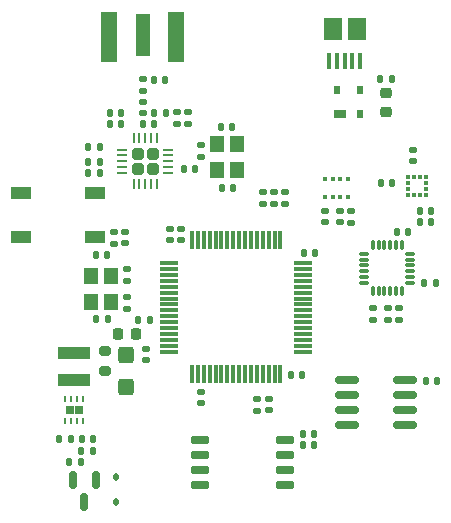
<source format=gtp>
%TF.GenerationSoftware,KiCad,Pcbnew,(7.0.0)*%
%TF.CreationDate,2023-11-22T19:41:51+05:30*%
%TF.ProjectId,Drone_Controller_3.0,44726f6e-655f-4436-9f6e-74726f6c6c65,rev?*%
%TF.SameCoordinates,Original*%
%TF.FileFunction,Paste,Top*%
%TF.FilePolarity,Positive*%
%FSLAX46Y46*%
G04 Gerber Fmt 4.6, Leading zero omitted, Abs format (unit mm)*
G04 Created by KiCad (PCBNEW (7.0.0)) date 2023-11-22 19:41:51*
%MOMM*%
%LPD*%
G01*
G04 APERTURE LIST*
G04 Aperture macros list*
%AMRoundRect*
0 Rectangle with rounded corners*
0 $1 Rounding radius*
0 $2 $3 $4 $5 $6 $7 $8 $9 X,Y pos of 4 corners*
0 Add a 4 corners polygon primitive as box body*
4,1,4,$2,$3,$4,$5,$6,$7,$8,$9,$2,$3,0*
0 Add four circle primitives for the rounded corners*
1,1,$1+$1,$2,$3*
1,1,$1+$1,$4,$5*
1,1,$1+$1,$6,$7*
1,1,$1+$1,$8,$9*
0 Add four rect primitives between the rounded corners*
20,1,$1+$1,$2,$3,$4,$5,0*
20,1,$1+$1,$4,$5,$6,$7,0*
20,1,$1+$1,$6,$7,$8,$9,0*
20,1,$1+$1,$8,$9,$2,$3,0*%
G04 Aperture macros list end*
%ADD10RoundRect,0.140000X-0.140000X-0.170000X0.140000X-0.170000X0.140000X0.170000X-0.140000X0.170000X0*%
%ADD11RoundRect,0.135000X-0.135000X-0.185000X0.135000X-0.185000X0.135000X0.185000X-0.135000X0.185000X0*%
%ADD12R,1.800000X1.100000*%
%ADD13RoundRect,0.135000X0.185000X-0.135000X0.185000X0.135000X-0.185000X0.135000X-0.185000X-0.135000X0*%
%ADD14RoundRect,0.250000X0.255000X-0.255000X0.255000X0.255000X-0.255000X0.255000X-0.255000X-0.255000X0*%
%ADD15RoundRect,0.062500X0.062500X-0.350000X0.062500X0.350000X-0.062500X0.350000X-0.062500X-0.350000X0*%
%ADD16RoundRect,0.062500X0.350000X-0.062500X0.350000X0.062500X-0.350000X0.062500X-0.350000X-0.062500X0*%
%ADD17RoundRect,0.140000X0.140000X0.170000X-0.140000X0.170000X-0.140000X-0.170000X0.140000X-0.170000X0*%
%ADD18RoundRect,0.218750X0.256250X-0.218750X0.256250X0.218750X-0.256250X0.218750X-0.256250X-0.218750X0*%
%ADD19R,1.270000X3.600000*%
%ADD20R,1.350000X4.200000*%
%ADD21RoundRect,0.140000X0.170000X-0.140000X0.170000X0.140000X-0.170000X0.140000X-0.170000X-0.140000X0*%
%ADD22RoundRect,0.150000X-0.150000X0.587500X-0.150000X-0.587500X0.150000X-0.587500X0.150000X0.587500X0*%
%ADD23RoundRect,0.200000X0.275000X-0.200000X0.275000X0.200000X-0.275000X0.200000X-0.275000X-0.200000X0*%
%ADD24RoundRect,0.075000X-0.350000X-0.075000X0.350000X-0.075000X0.350000X0.075000X-0.350000X0.075000X0*%
%ADD25RoundRect,0.075000X0.075000X-0.350000X0.075000X0.350000X-0.075000X0.350000X-0.075000X-0.350000X0*%
%ADD26RoundRect,0.218750X-0.218750X-0.256250X0.218750X-0.256250X0.218750X0.256250X-0.218750X0.256250X0*%
%ADD27R,0.650000X0.750000*%
%ADD28R,0.250000X0.500000*%
%ADD29RoundRect,0.135000X-0.185000X0.135000X-0.185000X-0.135000X0.185000X-0.135000X0.185000X0.135000X0*%
%ADD30RoundRect,0.150000X-0.825000X-0.150000X0.825000X-0.150000X0.825000X0.150000X-0.825000X0.150000X0*%
%ADD31RoundRect,0.140000X-0.170000X0.140000X-0.170000X-0.140000X0.170000X-0.140000X0.170000X0.140000X0*%
%ADD32RoundRect,0.150000X-0.650000X-0.150000X0.650000X-0.150000X0.650000X0.150000X-0.650000X0.150000X0*%
%ADD33RoundRect,0.135000X0.135000X0.185000X-0.135000X0.185000X-0.135000X-0.185000X0.135000X-0.185000X0*%
%ADD34RoundRect,0.147500X0.147500X0.172500X-0.147500X0.172500X-0.147500X-0.172500X0.147500X-0.172500X0*%
%ADD35R,0.300000X0.350000*%
%ADD36R,0.350000X0.300000*%
%ADD37R,0.400000X1.350000*%
%ADD38R,1.500000X1.900000*%
%ADD39R,1.200000X1.400000*%
%ADD40R,2.750000X1.000000*%
%ADD41RoundRect,0.147500X-0.147500X-0.172500X0.147500X-0.172500X0.147500X0.172500X-0.147500X0.172500X0*%
%ADD42RoundRect,0.112500X0.112500X-0.187500X0.112500X0.187500X-0.112500X0.187500X-0.112500X-0.187500X0*%
%ADD43RoundRect,0.147500X0.172500X-0.147500X0.172500X0.147500X-0.172500X0.147500X-0.172500X-0.147500X0*%
%ADD44RoundRect,0.250000X-0.425000X0.450000X-0.425000X-0.450000X0.425000X-0.450000X0.425000X0.450000X0*%
%ADD45R,1.000000X0.700000*%
%ADD46R,0.600000X0.700000*%
%ADD47R,0.350000X0.350000*%
%ADD48RoundRect,0.075000X-0.700000X-0.075000X0.700000X-0.075000X0.700000X0.075000X-0.700000X0.075000X0*%
%ADD49RoundRect,0.075000X-0.075000X-0.700000X0.075000X-0.700000X0.075000X0.700000X-0.075000X0.700000X0*%
G04 APERTURE END LIST*
D10*
%TO.C,C4*%
X140772000Y-58953400D03*
X141732000Y-58953400D03*
%TD*%
D11*
%TO.C,R7*%
X130198400Y-81889600D03*
X131218400Y-81889600D03*
%TD*%
D12*
%TO.C,SW1*%
X126998799Y-61040399D03*
X133198799Y-61040399D03*
X126998799Y-64740399D03*
X133198799Y-64740399D03*
%TD*%
D13*
%TO.C,R4*%
X147421600Y-61976000D03*
X147421600Y-60956000D03*
%TD*%
D14*
%TO.C,U1*%
X136872000Y-58968100D03*
X138122000Y-58968100D03*
X136872000Y-57718100D03*
X138122000Y-57718100D03*
D15*
X136497000Y-60280600D03*
X136997000Y-60280600D03*
X137497000Y-60280600D03*
X137997000Y-60280600D03*
X138497000Y-60280600D03*
D16*
X139434500Y-59343100D03*
X139434500Y-58843100D03*
X139434500Y-58343100D03*
X139434500Y-57843100D03*
X139434500Y-57343100D03*
D15*
X138497000Y-56405600D03*
X137997000Y-56405600D03*
X137497000Y-56405600D03*
X136997000Y-56405600D03*
X136497000Y-56405600D03*
D16*
X135559500Y-57343100D03*
X135559500Y-57843100D03*
X135559500Y-58343100D03*
X135559500Y-58843100D03*
X135559500Y-59343100D03*
%TD*%
D17*
%TO.C,C5*%
X135430200Y-54279800D03*
X134470200Y-54279800D03*
%TD*%
D13*
%TO.C,R16*%
X135940800Y-68478400D03*
X135940800Y-67458400D03*
%TD*%
D18*
%TO.C,D3*%
X157835600Y-54127500D03*
X157835600Y-52552500D03*
%TD*%
D13*
%TO.C,R12*%
X149352000Y-61976000D03*
X149352000Y-60956000D03*
%TD*%
D19*
%TO.C,J1*%
X137261599Y-47628199D03*
D20*
X140086599Y-47828199D03*
X134436599Y-47828199D03*
%TD*%
D21*
%TO.C,C19*%
X160172400Y-58341200D03*
X160172400Y-57381200D03*
%TD*%
D22*
%TO.C,Q1*%
X133284000Y-85297800D03*
X131384000Y-85297800D03*
X132334000Y-87172800D03*
%TD*%
D10*
%TO.C,C13*%
X161114800Y-68630800D03*
X162074800Y-68630800D03*
%TD*%
D23*
%TO.C,FB2*%
X134061200Y-76087800D03*
X134061200Y-74437800D03*
%TD*%
D24*
%TO.C,U2*%
X156038000Y-66161600D03*
X156038000Y-66661600D03*
X156038000Y-67161600D03*
X156038000Y-67661600D03*
X156038000Y-68161600D03*
X156038000Y-68661600D03*
D25*
X156738000Y-69361600D03*
X157238000Y-69361600D03*
X157738000Y-69361600D03*
X158238000Y-69361600D03*
X158738000Y-69361600D03*
X159238000Y-69361600D03*
D24*
X159938000Y-68661600D03*
X159938000Y-68161600D03*
X159938000Y-67661600D03*
X159938000Y-67161600D03*
X159938000Y-66661600D03*
X159938000Y-66161600D03*
D25*
X159238000Y-65461600D03*
X158738000Y-65461600D03*
X158238000Y-65461600D03*
X157738000Y-65461600D03*
X157238000Y-65461600D03*
X156738000Y-65461600D03*
%TD*%
D26*
%TO.C,D2*%
X135153300Y-72999600D03*
X136728300Y-72999600D03*
%TD*%
D21*
%TO.C,C8*%
X140157200Y-55166200D03*
X140157200Y-54206200D03*
%TD*%
D10*
%TO.C,C23*%
X132108000Y-81889600D03*
X133068000Y-81889600D03*
%TD*%
%TO.C,C31*%
X150904000Y-66090800D03*
X151864000Y-66090800D03*
%TD*%
D27*
%TO.C,U4*%
X131082399Y-79385199D03*
X131882399Y-79385199D03*
D28*
X130732399Y-80335199D03*
X131232399Y-80335199D03*
X131732399Y-80335199D03*
X132232399Y-80335199D03*
X132232399Y-78435199D03*
X131732399Y-78435199D03*
X131232399Y-78435199D03*
X130732399Y-78435199D03*
%TD*%
D29*
%TO.C,R14*%
X134823200Y-64310800D03*
X134823200Y-65330800D03*
%TD*%
D30*
%TO.C,U7*%
X154547800Y-76885800D03*
X154547800Y-78155800D03*
X154547800Y-79425800D03*
X154547800Y-80695800D03*
X159497800Y-80695800D03*
X159497800Y-79425800D03*
X159497800Y-78155800D03*
X159497800Y-76885800D03*
%TD*%
D21*
%TO.C,C34*%
X139547600Y-64996000D03*
X139547600Y-64036000D03*
%TD*%
D31*
%TO.C,C29*%
X137515600Y-74224000D03*
X137515600Y-75184000D03*
%TD*%
D32*
%TO.C,U6*%
X142094400Y-81915000D03*
X142094400Y-83185000D03*
X142094400Y-84455000D03*
X142094400Y-85725000D03*
X149294400Y-85725000D03*
X149294400Y-84455000D03*
X149294400Y-83185000D03*
X149294400Y-81915000D03*
%TD*%
D17*
%TO.C,C20*%
X161668400Y-62534800D03*
X160708400Y-62534800D03*
%TD*%
%TO.C,C16*%
X158366400Y-60198000D03*
X157406400Y-60198000D03*
%TD*%
D33*
%TO.C,R1*%
X133656800Y-57099200D03*
X132636800Y-57099200D03*
%TD*%
D13*
%TO.C,R17*%
X135940800Y-70815200D03*
X135940800Y-69795200D03*
%TD*%
D21*
%TO.C,C37*%
X135788400Y-65278000D03*
X135788400Y-64318000D03*
%TD*%
D31*
%TO.C,C12*%
X156768800Y-70792400D03*
X156768800Y-71752400D03*
%TD*%
D10*
%TO.C,C39*%
X133327200Y-66294000D03*
X134287200Y-66294000D03*
%TD*%
%TO.C,C32*%
X149786400Y-76454000D03*
X150746400Y-76454000D03*
%TD*%
D34*
%TO.C,L3*%
X139222400Y-54229000D03*
X138252400Y-54229000D03*
%TD*%
D10*
%TO.C,C27*%
X161216400Y-76911200D03*
X162176400Y-76911200D03*
%TD*%
D21*
%TO.C,C30*%
X140512800Y-64996000D03*
X140512800Y-64036000D03*
%TD*%
D17*
%TO.C,C11*%
X139164000Y-51460400D03*
X138204000Y-51460400D03*
%TD*%
D33*
%TO.C,R15*%
X137873200Y-71780400D03*
X136853200Y-71780400D03*
%TD*%
D10*
%TO.C,C26*%
X150802400Y-82397600D03*
X151762400Y-82397600D03*
%TD*%
D35*
%TO.C,U3*%
X161227199Y-59701999D03*
X160727199Y-59701999D03*
X160227199Y-59701999D03*
X159727199Y-59701999D03*
D36*
X159727199Y-60201999D03*
X159727199Y-60701999D03*
D35*
X159727199Y-61201999D03*
X160227199Y-61201999D03*
X160727199Y-61201999D03*
X161227199Y-61201999D03*
D36*
X161227199Y-60701999D03*
X161227199Y-60201999D03*
%TD*%
D31*
%TO.C,C14*%
X158038800Y-70792400D03*
X158038800Y-71752400D03*
%TD*%
D13*
%TO.C,R5*%
X148386800Y-61976000D03*
X148386800Y-60956000D03*
%TD*%
D37*
%TO.C,J7*%
X155681199Y-49824099D03*
X155031199Y-49824099D03*
X154381199Y-49824099D03*
X153731199Y-49824099D03*
X153081199Y-49824099D03*
D38*
X155381199Y-47124099D03*
X153381199Y-47124099D03*
%TD*%
D33*
%TO.C,R18*%
X158396400Y-51358800D03*
X157376400Y-51358800D03*
%TD*%
D21*
%TO.C,C10*%
X137289600Y-52372200D03*
X137289600Y-51412200D03*
%TD*%
D29*
%TO.C,R2*%
X142189200Y-56944800D03*
X142189200Y-57964800D03*
%TD*%
D39*
%TO.C,Y1*%
X143551599Y-56888199D03*
X143551599Y-59088199D03*
X145251599Y-59088199D03*
X145251599Y-56888199D03*
%TD*%
D40*
%TO.C,L4*%
X131470399Y-76874399D03*
X131470399Y-74574399D03*
%TD*%
D17*
%TO.C,C2*%
X135432800Y-55219600D03*
X134472800Y-55219600D03*
%TD*%
D13*
%TO.C,R13*%
X146964400Y-79453200D03*
X146964400Y-78433200D03*
%TD*%
D10*
%TO.C,C25*%
X150802400Y-81432400D03*
X151762400Y-81432400D03*
%TD*%
D41*
%TO.C,L1*%
X137261800Y-55219600D03*
X138231800Y-55219600D03*
%TD*%
D11*
%TO.C,R9*%
X131062000Y-83820000D03*
X132082000Y-83820000D03*
%TD*%
D42*
%TO.C,D1*%
X135026400Y-87156000D03*
X135026400Y-85056000D03*
%TD*%
D17*
%TO.C,C1*%
X133626800Y-59334400D03*
X132666800Y-59334400D03*
%TD*%
D43*
%TO.C,L2*%
X137289600Y-54256800D03*
X137289600Y-53286800D03*
%TD*%
D17*
%TO.C,C40*%
X134310000Y-71727600D03*
X133350000Y-71727600D03*
%TD*%
D10*
%TO.C,C15*%
X158778000Y-64312800D03*
X159738000Y-64312800D03*
%TD*%
D17*
%TO.C,C7*%
X144932400Y-60579000D03*
X143972400Y-60579000D03*
%TD*%
D29*
%TO.C,R3*%
X159004000Y-70762400D03*
X159004000Y-71782400D03*
%TD*%
D17*
%TO.C,C3*%
X133626800Y-58369200D03*
X132666800Y-58369200D03*
%TD*%
D31*
%TO.C,C18*%
X153974800Y-62562800D03*
X153974800Y-63522800D03*
%TD*%
D44*
%TO.C,C28*%
X135890000Y-74776400D03*
X135890000Y-77476400D03*
%TD*%
D31*
%TO.C,C17*%
X152704800Y-62562800D03*
X152704800Y-63522800D03*
%TD*%
D21*
%TO.C,C9*%
X141097000Y-55166200D03*
X141097000Y-54206200D03*
%TD*%
D13*
%TO.C,R6*%
X154940000Y-63552800D03*
X154940000Y-62532800D03*
%TD*%
D45*
%TO.C,D4*%
X153935999Y-54339999D03*
D46*
X155635999Y-54339999D03*
X155635999Y-52339999D03*
X153735999Y-52339999D03*
%TD*%
D39*
%TO.C,Y2*%
X132906399Y-68036799D03*
X132906399Y-70236799D03*
X134606399Y-70236799D03*
X134606399Y-68036799D03*
%TD*%
D31*
%TO.C,C38*%
X147929600Y-78463200D03*
X147929600Y-79423200D03*
%TD*%
D17*
%TO.C,C21*%
X161668400Y-63500000D03*
X160708400Y-63500000D03*
%TD*%
D31*
%TO.C,C33*%
X142240000Y-77853600D03*
X142240000Y-78813600D03*
%TD*%
D47*
%TO.C,IC1*%
X152694999Y-59879399D03*
X153344999Y-59879399D03*
X153994999Y-59879399D03*
X154644999Y-59879399D03*
X154644999Y-61329399D03*
X153994999Y-61329399D03*
X153344999Y-61329399D03*
X152694999Y-61329399D03*
%TD*%
D10*
%TO.C,C6*%
X143870800Y-55397400D03*
X144830800Y-55397400D03*
%TD*%
D11*
%TO.C,R10*%
X132078000Y-82854800D03*
X133098000Y-82854800D03*
%TD*%
D48*
%TO.C,U5*%
X139511400Y-66963600D03*
X139511400Y-67463600D03*
X139511400Y-67963600D03*
X139511400Y-68463600D03*
X139511400Y-68963600D03*
X139511400Y-69463600D03*
X139511400Y-69963600D03*
X139511400Y-70463600D03*
X139511400Y-70963600D03*
X139511400Y-71463600D03*
X139511400Y-71963600D03*
X139511400Y-72463600D03*
X139511400Y-72963600D03*
X139511400Y-73463600D03*
X139511400Y-73963600D03*
X139511400Y-74463600D03*
D49*
X141436400Y-76388600D03*
X141936400Y-76388600D03*
X142436400Y-76388600D03*
X142936400Y-76388600D03*
X143436400Y-76388600D03*
X143936400Y-76388600D03*
X144436400Y-76388600D03*
X144936400Y-76388600D03*
X145436400Y-76388600D03*
X145936400Y-76388600D03*
X146436400Y-76388600D03*
X146936400Y-76388600D03*
X147436400Y-76388600D03*
X147936400Y-76388600D03*
X148436400Y-76388600D03*
X148936400Y-76388600D03*
D48*
X150861400Y-74463600D03*
X150861400Y-73963600D03*
X150861400Y-73463600D03*
X150861400Y-72963600D03*
X150861400Y-72463600D03*
X150861400Y-71963600D03*
X150861400Y-71463600D03*
X150861400Y-70963600D03*
X150861400Y-70463600D03*
X150861400Y-69963600D03*
X150861400Y-69463600D03*
X150861400Y-68963600D03*
X150861400Y-68463600D03*
X150861400Y-67963600D03*
X150861400Y-67463600D03*
X150861400Y-66963600D03*
D49*
X148936400Y-65038600D03*
X148436400Y-65038600D03*
X147936400Y-65038600D03*
X147436400Y-65038600D03*
X146936400Y-65038600D03*
X146436400Y-65038600D03*
X145936400Y-65038600D03*
X145436400Y-65038600D03*
X144936400Y-65038600D03*
X144436400Y-65038600D03*
X143936400Y-65038600D03*
X143436400Y-65038600D03*
X142936400Y-65038600D03*
X142436400Y-65038600D03*
X141936400Y-65038600D03*
X141436400Y-65038600D03*
%TD*%
M02*

</source>
